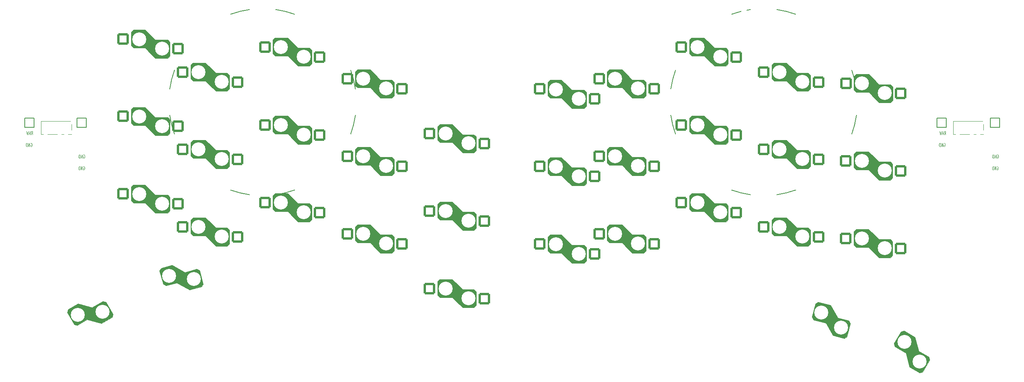
<source format=gbo>
%TF.GenerationSoftware,KiCad,Pcbnew,(6.0.7-1)-1*%
%TF.CreationDate,2022-10-21T08:25:24+02:00*%
%TF.ProjectId,sweepbling-lp__pcb,73776565-7062-46c6-996e-672d6c705f5f,rev?*%
%TF.SameCoordinates,Original*%
%TF.FileFunction,Legend,Bot*%
%TF.FilePolarity,Positive*%
%FSLAX46Y46*%
G04 Gerber Fmt 4.6, Leading zero omitted, Abs format (unit mm)*
G04 Created by KiCad (PCBNEW (6.0.7-1)-1) date 2022-10-21 08:25:24*
%MOMM*%
%LPD*%
G01*
G04 APERTURE LIST*
G04 Aperture macros list*
%AMRoundRect*
0 Rectangle with rounded corners*
0 $1 Rounding radius*
0 $2 $3 $4 $5 $6 $7 $8 $9 X,Y pos of 4 corners*
0 Add a 4 corners polygon primitive as box body*
4,1,4,$2,$3,$4,$5,$6,$7,$8,$9,$2,$3,0*
0 Add four circle primitives for the rounded corners*
1,1,$1+$1,$2,$3*
1,1,$1+$1,$4,$5*
1,1,$1+$1,$6,$7*
1,1,$1+$1,$8,$9*
0 Add four rect primitives between the rounded corners*
20,1,$1+$1,$2,$3,$4,$5,0*
20,1,$1+$1,$4,$5,$6,$7,0*
20,1,$1+$1,$6,$7,$8,$9,0*
20,1,$1+$1,$8,$9,$2,$3,0*%
G04 Aperture macros list end*
%ADD10C,0.120000*%
%ADD11C,0.125000*%
%ADD12C,0.150000*%
%ADD13C,0.200000*%
%ADD14C,1.524000*%
%ADD15C,3.050000*%
%ADD16C,1.800000*%
%ADD17C,1.300000*%
%ADD18C,3.400000*%
%ADD19RoundRect,0.250000X1.025000X1.000000X-1.025000X1.000000X-1.025000X-1.000000X1.025000X-1.000000X0*%
%ADD20RoundRect,0.250000X1.387676X0.353525X-0.387676X1.378525X-1.387676X-0.353525X0.387676X-1.378525X0*%
%ADD21RoundRect,0.250000X1.248893X0.700636X-0.731255X1.231215X-1.248893X-0.700636X0.731255X-1.231215X0*%
%ADD22RoundRect,0.250000X-1.025000X-1.000000X1.025000X-1.000000X1.025000X1.000000X-1.025000X1.000000X0*%
%ADD23C,0.500000*%
%ADD24C,2.200000*%
%ADD25C,1.397000*%
%ADD26RoundRect,0.250000X-0.731255X-1.231215X1.248893X-0.700636X0.731255X1.231215X-1.248893X0.700636X0*%
%ADD27RoundRect,0.250000X-0.387676X-1.378525X1.387676X-0.353525X0.387676X1.378525X-1.387676X0.353525X0*%
%ADD28C,1.000000*%
%ADD29R,0.900000X0.900000*%
%ADD30R,0.900000X1.250000*%
G04 APERTURE END LIST*
D10*
X27178000Y-50419000D02*
X33909000Y-50419000D01*
X33909000Y-50419000D02*
X33909000Y-53340000D01*
X33909000Y-53340000D02*
X27178000Y-53340000D01*
X27178000Y-53340000D02*
X27178000Y-50419000D01*
X226822000Y-50419000D02*
X233426000Y-50419000D01*
X233426000Y-50419000D02*
X233426000Y-53340000D01*
X233426000Y-53340000D02*
X226822000Y-53340000D01*
X226822000Y-53340000D02*
X226822000Y-50419000D01*
D11*
%TO.C,U1*%
X224788952Y-55309000D02*
X224836571Y-55273285D01*
X224908000Y-55273285D01*
X224979428Y-55309000D01*
X225027047Y-55380428D01*
X225050857Y-55451857D01*
X225074666Y-55594714D01*
X225074666Y-55701857D01*
X225050857Y-55844714D01*
X225027047Y-55916142D01*
X224979428Y-55987571D01*
X224908000Y-56023285D01*
X224860380Y-56023285D01*
X224788952Y-55987571D01*
X224765142Y-55951857D01*
X224765142Y-55701857D01*
X224860380Y-55701857D01*
X224550857Y-56023285D02*
X224550857Y-55273285D01*
X224265142Y-56023285D01*
X224265142Y-55273285D01*
X224027047Y-56023285D02*
X224027047Y-55273285D01*
X223908000Y-55273285D01*
X223836571Y-55309000D01*
X223788952Y-55380428D01*
X223765142Y-55451857D01*
X223741333Y-55594714D01*
X223741333Y-55701857D01*
X223765142Y-55844714D01*
X223788952Y-55916142D01*
X223836571Y-55987571D01*
X223908000Y-56023285D01*
X224027047Y-56023285D01*
X236418952Y-60419000D02*
X236466571Y-60383285D01*
X236538000Y-60383285D01*
X236609428Y-60419000D01*
X236657047Y-60490428D01*
X236680857Y-60561857D01*
X236704666Y-60704714D01*
X236704666Y-60811857D01*
X236680857Y-60954714D01*
X236657047Y-61026142D01*
X236609428Y-61097571D01*
X236538000Y-61133285D01*
X236490380Y-61133285D01*
X236418952Y-61097571D01*
X236395142Y-61061857D01*
X236395142Y-60811857D01*
X236490380Y-60811857D01*
X236180857Y-61133285D02*
X236180857Y-60383285D01*
X235895142Y-61133285D01*
X235895142Y-60383285D01*
X235657047Y-61133285D02*
X235657047Y-60383285D01*
X235538000Y-60383285D01*
X235466571Y-60419000D01*
X235418952Y-60490428D01*
X235395142Y-60561857D01*
X235371333Y-60704714D01*
X235371333Y-60811857D01*
X235395142Y-60954714D01*
X235418952Y-61026142D01*
X235466571Y-61097571D01*
X235538000Y-61133285D01*
X235657047Y-61133285D01*
D12*
D11*
X224883238Y-53383285D02*
X225049904Y-53026142D01*
X225168952Y-53383285D02*
X225168952Y-52633285D01*
X224978476Y-52633285D01*
X224930857Y-52669000D01*
X224907047Y-52704714D01*
X224883238Y-52776142D01*
X224883238Y-52883285D01*
X224907047Y-52954714D01*
X224930857Y-52990428D01*
X224978476Y-53026142D01*
X225168952Y-53026142D01*
X224692761Y-53169000D02*
X224454666Y-53169000D01*
X224740380Y-53383285D02*
X224573714Y-52633285D01*
X224407047Y-53383285D01*
X224288000Y-52633285D02*
X224168952Y-53383285D01*
X224073714Y-52847571D01*
X223978476Y-53383285D01*
X223859428Y-52633285D01*
X236438952Y-57839000D02*
X236486571Y-57803285D01*
X236558000Y-57803285D01*
X236629428Y-57839000D01*
X236677047Y-57910428D01*
X236700857Y-57981857D01*
X236724666Y-58124714D01*
X236724666Y-58231857D01*
X236700857Y-58374714D01*
X236677047Y-58446142D01*
X236629428Y-58517571D01*
X236558000Y-58553285D01*
X236510380Y-58553285D01*
X236438952Y-58517571D01*
X236415142Y-58481857D01*
X236415142Y-58231857D01*
X236510380Y-58231857D01*
X236200857Y-58553285D02*
X236200857Y-57803285D01*
X235915142Y-58553285D01*
X235915142Y-57803285D01*
X235677047Y-58553285D02*
X235677047Y-57803285D01*
X235558000Y-57803285D01*
X235486571Y-57839000D01*
X235438952Y-57910428D01*
X235415142Y-57981857D01*
X235391333Y-58124714D01*
X235391333Y-58231857D01*
X235415142Y-58374714D01*
X235438952Y-58446142D01*
X235486571Y-58517571D01*
X235558000Y-58553285D01*
X235677047Y-58553285D01*
%TO.C,U2*%
X36468952Y-57839000D02*
X36516571Y-57803285D01*
X36588000Y-57803285D01*
X36659428Y-57839000D01*
X36707047Y-57910428D01*
X36730857Y-57981857D01*
X36754666Y-58124714D01*
X36754666Y-58231857D01*
X36730857Y-58374714D01*
X36707047Y-58446142D01*
X36659428Y-58517571D01*
X36588000Y-58553285D01*
X36540380Y-58553285D01*
X36468952Y-58517571D01*
X36445142Y-58481857D01*
X36445142Y-58231857D01*
X36540380Y-58231857D01*
X36230857Y-58553285D02*
X36230857Y-57803285D01*
X35945142Y-58553285D01*
X35945142Y-57803285D01*
X35707047Y-58553285D02*
X35707047Y-57803285D01*
X35588000Y-57803285D01*
X35516571Y-57839000D01*
X35468952Y-57910428D01*
X35445142Y-57981857D01*
X35421333Y-58124714D01*
X35421333Y-58231857D01*
X35445142Y-58374714D01*
X35468952Y-58446142D01*
X35516571Y-58517571D01*
X35588000Y-58553285D01*
X35707047Y-58553285D01*
X36448952Y-60419000D02*
X36496571Y-60383285D01*
X36568000Y-60383285D01*
X36639428Y-60419000D01*
X36687047Y-60490428D01*
X36710857Y-60561857D01*
X36734666Y-60704714D01*
X36734666Y-60811857D01*
X36710857Y-60954714D01*
X36687047Y-61026142D01*
X36639428Y-61097571D01*
X36568000Y-61133285D01*
X36520380Y-61133285D01*
X36448952Y-61097571D01*
X36425142Y-61061857D01*
X36425142Y-60811857D01*
X36520380Y-60811857D01*
X36210857Y-61133285D02*
X36210857Y-60383285D01*
X35925142Y-61133285D01*
X35925142Y-60383285D01*
X35687047Y-61133285D02*
X35687047Y-60383285D01*
X35568000Y-60383285D01*
X35496571Y-60419000D01*
X35448952Y-60490428D01*
X35425142Y-60561857D01*
X35401333Y-60704714D01*
X35401333Y-60811857D01*
X35425142Y-60954714D01*
X35448952Y-61026142D01*
X35496571Y-61097571D01*
X35568000Y-61133285D01*
X35687047Y-61133285D01*
X24936952Y-55309000D02*
X24984571Y-55273285D01*
X25056000Y-55273285D01*
X25127428Y-55309000D01*
X25175047Y-55380428D01*
X25198857Y-55451857D01*
X25222666Y-55594714D01*
X25222666Y-55701857D01*
X25198857Y-55844714D01*
X25175047Y-55916142D01*
X25127428Y-55987571D01*
X25056000Y-56023285D01*
X25008380Y-56023285D01*
X24936952Y-55987571D01*
X24913142Y-55951857D01*
X24913142Y-55701857D01*
X25008380Y-55701857D01*
X24698857Y-56023285D02*
X24698857Y-55273285D01*
X24413142Y-56023285D01*
X24413142Y-55273285D01*
X24175047Y-56023285D02*
X24175047Y-55273285D01*
X24056000Y-55273285D01*
X23984571Y-55309000D01*
X23936952Y-55380428D01*
X23913142Y-55451857D01*
X23889333Y-55594714D01*
X23889333Y-55701857D01*
X23913142Y-55844714D01*
X23936952Y-55916142D01*
X23984571Y-55987571D01*
X24056000Y-56023285D01*
X24175047Y-56023285D01*
X25031238Y-53383285D02*
X25197904Y-53026142D01*
X25316952Y-53383285D02*
X25316952Y-52633285D01*
X25126476Y-52633285D01*
X25078857Y-52669000D01*
X25055047Y-52704714D01*
X25031238Y-52776142D01*
X25031238Y-52883285D01*
X25055047Y-52954714D01*
X25078857Y-52990428D01*
X25126476Y-53026142D01*
X25316952Y-53026142D01*
X24840761Y-53169000D02*
X24602666Y-53169000D01*
X24888380Y-53383285D02*
X24721714Y-52633285D01*
X24555047Y-53383285D01*
X24436000Y-52633285D02*
X24316952Y-53383285D01*
X24221714Y-52847571D01*
X24126476Y-53383285D01*
X24007428Y-52633285D01*
D12*
%TO.C,SW13*%
G36*
X174606000Y-68516000D02*
G01*
X177106000Y-68516000D01*
X177606000Y-69016000D01*
X177606000Y-72016000D01*
X177106000Y-72516000D01*
X174606000Y-72516000D01*
X172356000Y-70266000D01*
X169606000Y-70266000D01*
X169106000Y-69766000D01*
X169106000Y-66766000D01*
X169606000Y-66266000D01*
X172356000Y-66266000D01*
X174606000Y-68516000D01*
G37*
D10*
X174606000Y-68516000D02*
X177106000Y-68516000D01*
X177606000Y-69016000D01*
X177606000Y-72016000D01*
X177106000Y-72516000D01*
X174606000Y-72516000D01*
X172356000Y-70266000D01*
X169606000Y-70266000D01*
X169106000Y-69766000D01*
X169106000Y-66766000D01*
X169606000Y-66266000D01*
X172356000Y-66266000D01*
X174606000Y-68516000D01*
%TO.C,SW17*%
G36*
X218479911Y-97847544D02*
G01*
X219303468Y-100921102D01*
X221468532Y-102171102D01*
X221651544Y-102854114D01*
X220151544Y-105452191D01*
X219468532Y-105635203D01*
X217303468Y-104385203D01*
X216479911Y-101311646D01*
X214098341Y-99936646D01*
X213915329Y-99253633D01*
X215415329Y-96655557D01*
X216098341Y-96472544D01*
X218479911Y-97847544D01*
G37*
X218479911Y-97847544D02*
X219303468Y-100921102D01*
X221468532Y-102171102D01*
X221651544Y-102854114D01*
X220151544Y-105452191D01*
X219468532Y-105635203D01*
X217303468Y-104385203D01*
X216479911Y-101311646D01*
X214098341Y-99936646D01*
X213915329Y-99253633D01*
X215415329Y-96655557D01*
X216098341Y-96472544D01*
X218479911Y-97847544D01*
%TO.C,SW12*%
G36*
X156606000Y-75374000D02*
G01*
X159106000Y-75374000D01*
X159606000Y-75874000D01*
X159606000Y-78874000D01*
X159106000Y-79374000D01*
X156606000Y-79374000D01*
X154356000Y-77124000D01*
X151606000Y-77124000D01*
X151106000Y-76624000D01*
X151106000Y-73624000D01*
X151606000Y-73124000D01*
X154356000Y-73124000D01*
X156606000Y-75374000D01*
G37*
X156606000Y-75374000D02*
X159106000Y-75374000D01*
X159606000Y-75874000D01*
X159606000Y-78874000D01*
X159106000Y-79374000D01*
X156606000Y-79374000D01*
X154356000Y-77124000D01*
X151606000Y-77124000D01*
X151106000Y-76624000D01*
X151106000Y-73624000D01*
X151606000Y-73124000D01*
X154356000Y-73124000D01*
X156606000Y-75374000D01*
%TO.C,SW16*%
G36*
X199992326Y-90866504D02*
G01*
X201583317Y-93622179D01*
X203998131Y-94269227D01*
X204351684Y-94881600D01*
X203575227Y-97779377D01*
X202962855Y-98132930D01*
X200548040Y-97485883D01*
X198957050Y-94730207D01*
X196300754Y-94018454D01*
X195947201Y-93406082D01*
X196723658Y-90508305D01*
X197336030Y-90154751D01*
X199992326Y-90866504D01*
G37*
X199992326Y-90866504D02*
X201583317Y-93622179D01*
X203998131Y-94269227D01*
X204351684Y-94881600D01*
X203575227Y-97779377D01*
X202962855Y-98132930D01*
X200548040Y-97485883D01*
X198957050Y-94730207D01*
X196300754Y-94018454D01*
X195947201Y-93406082D01*
X196723658Y-90508305D01*
X197336030Y-90154751D01*
X199992326Y-90866504D01*
%TO.C,SW14*%
G36*
X192606000Y-73850000D02*
G01*
X195106000Y-73850000D01*
X195606000Y-74350000D01*
X195606000Y-77350000D01*
X195106000Y-77850000D01*
X192606000Y-77850000D01*
X190356000Y-75600000D01*
X187606000Y-75600000D01*
X187106000Y-75100000D01*
X187106000Y-72100000D01*
X187606000Y-71600000D01*
X190356000Y-71600000D01*
X192606000Y-73850000D01*
G37*
X192606000Y-73850000D02*
X195106000Y-73850000D01*
X195606000Y-74350000D01*
X195606000Y-77350000D01*
X195106000Y-77850000D01*
X192606000Y-77850000D01*
X190356000Y-75600000D01*
X187606000Y-75600000D01*
X187106000Y-75100000D01*
X187106000Y-72100000D01*
X187606000Y-71600000D01*
X190356000Y-71600000D01*
X192606000Y-73850000D01*
%TO.C,SW15*%
G36*
X210586000Y-76390000D02*
G01*
X213086000Y-76390000D01*
X213586000Y-76890000D01*
X213586000Y-79890000D01*
X213086000Y-80390000D01*
X210586000Y-80390000D01*
X208336000Y-78140000D01*
X205586000Y-78140000D01*
X205086000Y-77640000D01*
X205086000Y-74640000D01*
X205586000Y-74140000D01*
X208336000Y-74140000D01*
X210586000Y-76390000D01*
G37*
X210586000Y-76390000D02*
X213086000Y-76390000D01*
X213586000Y-76890000D01*
X213586000Y-79890000D01*
X213086000Y-80390000D01*
X210586000Y-80390000D01*
X208336000Y-78140000D01*
X205586000Y-78140000D01*
X205086000Y-77640000D01*
X205086000Y-74640000D01*
X205586000Y-74140000D01*
X208336000Y-74140000D01*
X210586000Y-76390000D01*
%TO.C,SW3*%
G36*
X174606000Y-34382000D02*
G01*
X177106000Y-34382000D01*
X177606000Y-34882000D01*
X177606000Y-37882000D01*
X177106000Y-38382000D01*
X174606000Y-38382000D01*
X172356000Y-36132000D01*
X169606000Y-36132000D01*
X169106000Y-35632000D01*
X169106000Y-32632000D01*
X169606000Y-32132000D01*
X172356000Y-32132000D01*
X174606000Y-34382000D01*
G37*
X174606000Y-34382000D02*
X177106000Y-34382000D01*
X177606000Y-34882000D01*
X177606000Y-37882000D01*
X177106000Y-38382000D01*
X174606000Y-38382000D01*
X172356000Y-36132000D01*
X169606000Y-36132000D01*
X169106000Y-35632000D01*
X169106000Y-32632000D01*
X169606000Y-32132000D01*
X172356000Y-32132000D01*
X174606000Y-34382000D01*
%TO.C,SW2*%
G36*
X156606000Y-41382000D02*
G01*
X159106000Y-41382000D01*
X159606000Y-41882000D01*
X159606000Y-44882000D01*
X159106000Y-45382000D01*
X156606000Y-45382000D01*
X154356000Y-43132000D01*
X151606000Y-43132000D01*
X151106000Y-42632000D01*
X151106000Y-39632000D01*
X151606000Y-39132000D01*
X154356000Y-39132000D01*
X156606000Y-41382000D01*
G37*
X156606000Y-41382000D02*
X159106000Y-41382000D01*
X159606000Y-41882000D01*
X159606000Y-44882000D01*
X159106000Y-45382000D01*
X156606000Y-45382000D01*
X154356000Y-43132000D01*
X151606000Y-43132000D01*
X151106000Y-42632000D01*
X151106000Y-39632000D01*
X151606000Y-39132000D01*
X154356000Y-39132000D01*
X156606000Y-41382000D01*
%TO.C,SW7*%
G36*
X156606000Y-58356000D02*
G01*
X159106000Y-58356000D01*
X159606000Y-58856000D01*
X159606000Y-61856000D01*
X159106000Y-62356000D01*
X156606000Y-62356000D01*
X154356000Y-60106000D01*
X151606000Y-60106000D01*
X151106000Y-59606000D01*
X151106000Y-56606000D01*
X151606000Y-56106000D01*
X154356000Y-56106000D01*
X156606000Y-58356000D01*
G37*
X156606000Y-58356000D02*
X159106000Y-58356000D01*
X159606000Y-58856000D01*
X159606000Y-61856000D01*
X159106000Y-62356000D01*
X156606000Y-62356000D01*
X154356000Y-60106000D01*
X151606000Y-60106000D01*
X151106000Y-59606000D01*
X151106000Y-56606000D01*
X151606000Y-56106000D01*
X154356000Y-56106000D01*
X156606000Y-58356000D01*
%TO.C,SW11*%
G36*
X143356000Y-77632000D02*
G01*
X146106000Y-77632000D01*
X146606000Y-78132000D01*
X146606000Y-81132000D01*
X146106000Y-81632000D01*
X143356000Y-81632000D01*
X141106000Y-79382000D01*
X138606000Y-79382000D01*
X138106000Y-78882000D01*
X138106000Y-75882000D01*
X138606000Y-75382000D01*
X141106000Y-75382000D01*
X143356000Y-77632000D01*
G37*
X143356000Y-77632000D02*
X146106000Y-77632000D01*
X146606000Y-78132000D01*
X146606000Y-81132000D01*
X146106000Y-81632000D01*
X143356000Y-81632000D01*
X141106000Y-79382000D01*
X138606000Y-79382000D01*
X138106000Y-78882000D01*
X138106000Y-75882000D01*
X138606000Y-75382000D01*
X141106000Y-75382000D01*
X143356000Y-77632000D01*
%TO.C,SW10*%
G36*
X210586000Y-59372000D02*
G01*
X213086000Y-59372000D01*
X213586000Y-59872000D01*
X213586000Y-62872000D01*
X213086000Y-63372000D01*
X210586000Y-63372000D01*
X208336000Y-61122000D01*
X205586000Y-61122000D01*
X205086000Y-60622000D01*
X205086000Y-57622000D01*
X205586000Y-57122000D01*
X208336000Y-57122000D01*
X210586000Y-59372000D01*
G37*
X210586000Y-59372000D02*
X213086000Y-59372000D01*
X213586000Y-59872000D01*
X213586000Y-62872000D01*
X213086000Y-63372000D01*
X210586000Y-63372000D01*
X208336000Y-61122000D01*
X205586000Y-61122000D01*
X205086000Y-60622000D01*
X205086000Y-57622000D01*
X205586000Y-57122000D01*
X208336000Y-57122000D01*
X210586000Y-59372000D01*
%TO.C,SW9*%
G36*
X192606000Y-56832000D02*
G01*
X195106000Y-56832000D01*
X195606000Y-57332000D01*
X195606000Y-60332000D01*
X195106000Y-60832000D01*
X192606000Y-60832000D01*
X190356000Y-58582000D01*
X187606000Y-58582000D01*
X187106000Y-58082000D01*
X187106000Y-55082000D01*
X187606000Y-54582000D01*
X190356000Y-54582000D01*
X192606000Y-56832000D01*
G37*
X192606000Y-56832000D02*
X195106000Y-56832000D01*
X195606000Y-57332000D01*
X195606000Y-60332000D01*
X195106000Y-60832000D01*
X192606000Y-60832000D01*
X190356000Y-58582000D01*
X187606000Y-58582000D01*
X187106000Y-58082000D01*
X187106000Y-55082000D01*
X187606000Y-54582000D01*
X190356000Y-54582000D01*
X192606000Y-56832000D01*
%TO.C,SW6*%
G36*
X143356000Y-60632000D02*
G01*
X146106000Y-60632000D01*
X146606000Y-61132000D01*
X146606000Y-64132000D01*
X146106000Y-64632000D01*
X143356000Y-64632000D01*
X141106000Y-62382000D01*
X138606000Y-62382000D01*
X138106000Y-61882000D01*
X138106000Y-58882000D01*
X138606000Y-58382000D01*
X141106000Y-58382000D01*
X143356000Y-60632000D01*
G37*
X143356000Y-60632000D02*
X146106000Y-60632000D01*
X146606000Y-61132000D01*
X146606000Y-64132000D01*
X146106000Y-64632000D01*
X143356000Y-64632000D01*
X141106000Y-62382000D01*
X138606000Y-62382000D01*
X138106000Y-61882000D01*
X138106000Y-58882000D01*
X138606000Y-58382000D01*
X141106000Y-58382000D01*
X143356000Y-60632000D01*
%TO.C,SW5*%
G36*
X210606000Y-42382000D02*
G01*
X213106000Y-42382000D01*
X213606000Y-42882000D01*
X213606000Y-45882000D01*
X213106000Y-46382000D01*
X210606000Y-46382000D01*
X208356000Y-44132000D01*
X205606000Y-44132000D01*
X205106000Y-43632000D01*
X205106000Y-40632000D01*
X205606000Y-40132000D01*
X208356000Y-40132000D01*
X210606000Y-42382000D01*
G37*
X210606000Y-42382000D02*
X213106000Y-42382000D01*
X213606000Y-42882000D01*
X213606000Y-45882000D01*
X213106000Y-46382000D01*
X210606000Y-46382000D01*
X208356000Y-44132000D01*
X205606000Y-44132000D01*
X205106000Y-43632000D01*
X205106000Y-40632000D01*
X205606000Y-40132000D01*
X208356000Y-40132000D01*
X210606000Y-42382000D01*
%TO.C,SW4*%
G36*
X192606000Y-39882000D02*
G01*
X195106000Y-39882000D01*
X195606000Y-40382000D01*
X195606000Y-43382000D01*
X195106000Y-43882000D01*
X192606000Y-43882000D01*
X190356000Y-41632000D01*
X187606000Y-41632000D01*
X187106000Y-41132000D01*
X187106000Y-38132000D01*
X187606000Y-37632000D01*
X190356000Y-37632000D01*
X192606000Y-39882000D01*
G37*
X192606000Y-39882000D02*
X195106000Y-39882000D01*
X195606000Y-40382000D01*
X195606000Y-43382000D01*
X195106000Y-43882000D01*
X192606000Y-43882000D01*
X190356000Y-41632000D01*
X187606000Y-41632000D01*
X187106000Y-41132000D01*
X187106000Y-38132000D01*
X187606000Y-37632000D01*
X190356000Y-37632000D01*
X192606000Y-39882000D01*
%TO.C,SW1*%
G36*
X143356000Y-43632000D02*
G01*
X146106000Y-43632000D01*
X146606000Y-44132000D01*
X146606000Y-47132000D01*
X146106000Y-47632000D01*
X143356000Y-47632000D01*
X141106000Y-45382000D01*
X138606000Y-45382000D01*
X138106000Y-44882000D01*
X138106000Y-41882000D01*
X138606000Y-41382000D01*
X141106000Y-41382000D01*
X143356000Y-43632000D01*
G37*
X143356000Y-43632000D02*
X146106000Y-43632000D01*
X146606000Y-44132000D01*
X146606000Y-47132000D01*
X146106000Y-47632000D01*
X143356000Y-47632000D01*
X141106000Y-45382000D01*
X138606000Y-45382000D01*
X138106000Y-44882000D01*
X138106000Y-41882000D01*
X138606000Y-41382000D01*
X141106000Y-41382000D01*
X143356000Y-43632000D01*
%TO.C,SW8*%
G36*
X174606000Y-51498000D02*
G01*
X177106000Y-51498000D01*
X177606000Y-51998000D01*
X177606000Y-54998000D01*
X177106000Y-55498000D01*
X174606000Y-55498000D01*
X172356000Y-53248000D01*
X169606000Y-53248000D01*
X169106000Y-52748000D01*
X169106000Y-49748000D01*
X169606000Y-49248000D01*
X172356000Y-49248000D01*
X174606000Y-51498000D01*
G37*
X174606000Y-51498000D02*
X177106000Y-51498000D01*
X177606000Y-51998000D01*
X177606000Y-54998000D01*
X177106000Y-55498000D01*
X174606000Y-55498000D01*
X172356000Y-53248000D01*
X169606000Y-53248000D01*
X169106000Y-52748000D01*
X169106000Y-49748000D01*
X169606000Y-49248000D01*
X172356000Y-49248000D01*
X174606000Y-51498000D01*
D13*
%TO.C,e*%
X182498500Y-25961999D02*
G75*
G03*
X178347954Y-26995865I2857500J-20320001D01*
G01*
X205676000Y-43424500D02*
G75*
G03*
X204642134Y-39273952I-20320000J-2857500D01*
G01*
X192364049Y-26995867D02*
G75*
G03*
X188213500Y-25962000I-7008049J-19286133D01*
G01*
X204642134Y-53290048D02*
G75*
G03*
X205676000Y-49139500I-19286134J7008048D01*
G01*
X188213500Y-66602000D02*
G75*
G03*
X192364045Y-65568135I-2857506J20320019D01*
G01*
X178347955Y-65568135D02*
G75*
G03*
X182498500Y-66602000I7008045J19286135D01*
G01*
X165035999Y-49139500D02*
G75*
G03*
X166069865Y-53290046I20320001J2857500D01*
G01*
X166069865Y-39273956D02*
G75*
G03*
X165036000Y-43424500I19286255J-7008074D01*
G01*
D12*
%TO.C,Bat+1*%
X234966000Y-49800000D02*
X236966000Y-49800000D01*
X236966000Y-51800000D02*
X234966000Y-51800000D01*
X234966000Y-51800000D02*
X234966000Y-49800000D01*
X236966000Y-49800000D02*
X236966000Y-51800000D01*
%TO.C,BatGND1*%
X223282000Y-51800000D02*
X223282000Y-49800000D01*
X223282000Y-49800000D02*
X225282000Y-49800000D01*
X225282000Y-51800000D02*
X223282000Y-51800000D01*
X225282000Y-49800000D02*
X225282000Y-51800000D01*
%TO.C,SW15_r1*%
G36*
X52186000Y-66640000D02*
G01*
X54936000Y-66640000D01*
X55436000Y-67140000D01*
X55436000Y-70140000D01*
X54936000Y-70640000D01*
X52186000Y-70640000D01*
X49936000Y-68390000D01*
X47436000Y-68390000D01*
X46936000Y-67890000D01*
X46936000Y-64890000D01*
X47436000Y-64390000D01*
X49936000Y-64390000D01*
X52186000Y-66640000D01*
G37*
D10*
X52186000Y-66640000D02*
X54936000Y-66640000D01*
X55436000Y-67140000D01*
X55436000Y-70140000D01*
X54936000Y-70640000D01*
X52186000Y-70640000D01*
X49936000Y-68390000D01*
X47436000Y-68390000D01*
X46936000Y-67890000D01*
X46936000Y-64890000D01*
X47436000Y-64390000D01*
X49936000Y-64390000D01*
X52186000Y-66640000D01*
%TO.C,SW9_r1*%
G36*
X65450000Y-56832000D02*
G01*
X67950000Y-56832000D01*
X68450000Y-57332000D01*
X68450000Y-60332000D01*
X67950000Y-60832000D01*
X65450000Y-60832000D01*
X63200000Y-58582000D01*
X60450000Y-58582000D01*
X59950000Y-58082000D01*
X59950000Y-55082000D01*
X60450000Y-54582000D01*
X63200000Y-54582000D01*
X65450000Y-56832000D01*
G37*
X65450000Y-56832000D02*
X67950000Y-56832000D01*
X68450000Y-57332000D01*
X68450000Y-60332000D01*
X67950000Y-60832000D01*
X65450000Y-60832000D01*
X63200000Y-58582000D01*
X60450000Y-58582000D01*
X59950000Y-58082000D01*
X59950000Y-55082000D01*
X60450000Y-54582000D01*
X63200000Y-54582000D01*
X65450000Y-56832000D01*
%TO.C,SW13_r1*%
G36*
X83438000Y-68516000D02*
G01*
X85938000Y-68516000D01*
X86438000Y-69016000D01*
X86438000Y-72016000D01*
X85938000Y-72516000D01*
X83438000Y-72516000D01*
X81188000Y-70266000D01*
X78438000Y-70266000D01*
X77938000Y-69766000D01*
X77938000Y-66766000D01*
X78438000Y-66266000D01*
X81188000Y-66266000D01*
X83438000Y-68516000D01*
G37*
X83438000Y-68516000D02*
X85938000Y-68516000D01*
X86438000Y-69016000D01*
X86438000Y-72016000D01*
X85938000Y-72516000D01*
X83438000Y-72516000D01*
X81188000Y-70266000D01*
X78438000Y-70266000D01*
X77938000Y-69766000D01*
X77938000Y-66766000D01*
X78438000Y-66266000D01*
X81188000Y-66266000D01*
X83438000Y-68516000D01*
%TO.C,SW12_r1*%
G36*
X101464000Y-75374000D02*
G01*
X103964000Y-75374000D01*
X104464000Y-75874000D01*
X104464000Y-78874000D01*
X103964000Y-79374000D01*
X101464000Y-79374000D01*
X99214000Y-77124000D01*
X96464000Y-77124000D01*
X95964000Y-76624000D01*
X95964000Y-73624000D01*
X96464000Y-73124000D01*
X99214000Y-73124000D01*
X101464000Y-75374000D01*
G37*
X101464000Y-75374000D02*
X103964000Y-75374000D01*
X104464000Y-75874000D01*
X104464000Y-78874000D01*
X103964000Y-79374000D01*
X101464000Y-79374000D01*
X99214000Y-77124000D01*
X96464000Y-77124000D01*
X95964000Y-76624000D01*
X95964000Y-73624000D01*
X96464000Y-73124000D01*
X99214000Y-73124000D01*
X101464000Y-75374000D01*
%TO.C,SW5_r1*%
G36*
X52186000Y-32632000D02*
G01*
X54936000Y-32632000D01*
X55436000Y-33132000D01*
X55436000Y-36132000D01*
X54936000Y-36632000D01*
X52186000Y-36632000D01*
X49936000Y-34382000D01*
X47436000Y-34382000D01*
X46936000Y-33882000D01*
X46936000Y-30882000D01*
X47436000Y-30382000D01*
X49936000Y-30382000D01*
X52186000Y-32632000D01*
G37*
X52186000Y-32632000D02*
X54936000Y-32632000D01*
X55436000Y-33132000D01*
X55436000Y-36132000D01*
X54936000Y-36632000D01*
X52186000Y-36632000D01*
X49936000Y-34382000D01*
X47436000Y-34382000D01*
X46936000Y-33882000D01*
X46936000Y-30882000D01*
X47436000Y-30382000D01*
X49936000Y-30382000D01*
X52186000Y-32632000D01*
%TO.C,SW4_r1*%
G36*
X65450000Y-39882000D02*
G01*
X67950000Y-39882000D01*
X68450000Y-40382000D01*
X68450000Y-43382000D01*
X67950000Y-43882000D01*
X65450000Y-43882000D01*
X63200000Y-41632000D01*
X60450000Y-41632000D01*
X59950000Y-41132000D01*
X59950000Y-38132000D01*
X60450000Y-37632000D01*
X63200000Y-37632000D01*
X65450000Y-39882000D01*
G37*
X65450000Y-39882000D02*
X67950000Y-39882000D01*
X68450000Y-40382000D01*
X68450000Y-43382000D01*
X67950000Y-43882000D01*
X65450000Y-43882000D01*
X63200000Y-41632000D01*
X60450000Y-41632000D01*
X59950000Y-41132000D01*
X59950000Y-38132000D01*
X60450000Y-37632000D01*
X63200000Y-37632000D01*
X65450000Y-39882000D01*
%TO.C,SW1_r1*%
G36*
X119482000Y-53382000D02*
G01*
X121982000Y-53382000D01*
X122482000Y-53882000D01*
X122482000Y-56882000D01*
X121982000Y-57382000D01*
X119482000Y-57382000D01*
X117232000Y-55132000D01*
X114482000Y-55132000D01*
X113982000Y-54632000D01*
X113982000Y-51632000D01*
X114482000Y-51132000D01*
X117232000Y-51132000D01*
X119482000Y-53382000D01*
G37*
X119482000Y-53382000D02*
X121982000Y-53382000D01*
X122482000Y-53882000D01*
X122482000Y-56882000D01*
X121982000Y-57382000D01*
X119482000Y-57382000D01*
X117232000Y-55132000D01*
X114482000Y-55132000D01*
X113982000Y-54632000D01*
X113982000Y-51632000D01*
X114482000Y-51132000D01*
X117232000Y-51132000D01*
X119482000Y-53382000D01*
%TO.C,SW14_r1*%
G36*
X65450000Y-73850000D02*
G01*
X67950000Y-73850000D01*
X68450000Y-74350000D01*
X68450000Y-77350000D01*
X67950000Y-77850000D01*
X65450000Y-77850000D01*
X63200000Y-75600000D01*
X60450000Y-75600000D01*
X59950000Y-75100000D01*
X59950000Y-72100000D01*
X60450000Y-71600000D01*
X63200000Y-71600000D01*
X65450000Y-73850000D01*
G37*
X65450000Y-73850000D02*
X67950000Y-73850000D01*
X68450000Y-74350000D01*
X68450000Y-77350000D01*
X67950000Y-77850000D01*
X65450000Y-77850000D01*
X63200000Y-75600000D01*
X60450000Y-75600000D01*
X59950000Y-75100000D01*
X59950000Y-72100000D01*
X60450000Y-71600000D01*
X63200000Y-71600000D01*
X65450000Y-73850000D01*
%TO.C,SW3_r1*%
G36*
X83438000Y-34382000D02*
G01*
X85938000Y-34382000D01*
X86438000Y-34882000D01*
X86438000Y-37882000D01*
X85938000Y-38382000D01*
X83438000Y-38382000D01*
X81188000Y-36132000D01*
X78438000Y-36132000D01*
X77938000Y-35632000D01*
X77938000Y-32632000D01*
X78438000Y-32132000D01*
X81188000Y-32132000D01*
X83438000Y-34382000D01*
G37*
X83438000Y-34382000D02*
X85938000Y-34382000D01*
X86438000Y-34882000D01*
X86438000Y-37882000D01*
X85938000Y-38382000D01*
X83438000Y-38382000D01*
X81188000Y-36132000D01*
X78438000Y-36132000D01*
X77938000Y-35632000D01*
X77938000Y-32632000D01*
X78438000Y-32132000D01*
X81188000Y-32132000D01*
X83438000Y-34382000D01*
%TO.C,SW11_r1*%
G36*
X119482000Y-87382000D02*
G01*
X121982000Y-87382000D01*
X122482000Y-87882000D01*
X122482000Y-90882000D01*
X121982000Y-91382000D01*
X119482000Y-91382000D01*
X117232000Y-89132000D01*
X114482000Y-89132000D01*
X113982000Y-88632000D01*
X113982000Y-85632000D01*
X114482000Y-85132000D01*
X117232000Y-85132000D01*
X119482000Y-87382000D01*
G37*
X119482000Y-87382000D02*
X121982000Y-87382000D01*
X122482000Y-87882000D01*
X122482000Y-90882000D01*
X121982000Y-91382000D01*
X119482000Y-91382000D01*
X117232000Y-89132000D01*
X114482000Y-89132000D01*
X113982000Y-88632000D01*
X113982000Y-85632000D01*
X114482000Y-85132000D01*
X117232000Y-85132000D01*
X119482000Y-87382000D01*
%TO.C,SW10_r1*%
G36*
X52186000Y-49622000D02*
G01*
X54936000Y-49622000D01*
X55436000Y-50122000D01*
X55436000Y-53122000D01*
X54936000Y-53622000D01*
X52186000Y-53622000D01*
X49936000Y-51372000D01*
X47436000Y-51372000D01*
X46936000Y-50872000D01*
X46936000Y-47872000D01*
X47436000Y-47372000D01*
X49936000Y-47372000D01*
X52186000Y-49622000D01*
G37*
X52186000Y-49622000D02*
X54936000Y-49622000D01*
X55436000Y-50122000D01*
X55436000Y-53122000D01*
X54936000Y-53622000D01*
X52186000Y-53622000D01*
X49936000Y-51372000D01*
X47436000Y-51372000D01*
X46936000Y-50872000D01*
X46936000Y-47872000D01*
X47436000Y-47372000D01*
X49936000Y-47372000D01*
X52186000Y-49622000D01*
%TO.C,SW2_r1*%
G36*
X101464000Y-41382000D02*
G01*
X103964000Y-41382000D01*
X104464000Y-41882000D01*
X104464000Y-44882000D01*
X103964000Y-45382000D01*
X101464000Y-45382000D01*
X99214000Y-43132000D01*
X96464000Y-43132000D01*
X95964000Y-42632000D01*
X95964000Y-39632000D01*
X96464000Y-39132000D01*
X99214000Y-39132000D01*
X101464000Y-41382000D01*
G37*
X101464000Y-41382000D02*
X103964000Y-41382000D01*
X104464000Y-41882000D01*
X104464000Y-44882000D01*
X103964000Y-45382000D01*
X101464000Y-45382000D01*
X99214000Y-43132000D01*
X96464000Y-43132000D01*
X95964000Y-42632000D01*
X95964000Y-39632000D01*
X96464000Y-39132000D01*
X99214000Y-39132000D01*
X101464000Y-41382000D01*
%TO.C,SW7_r1*%
G36*
X101464000Y-58356000D02*
G01*
X103964000Y-58356000D01*
X104464000Y-58856000D01*
X104464000Y-61856000D01*
X103964000Y-62356000D01*
X101464000Y-62356000D01*
X99214000Y-60106000D01*
X96464000Y-60106000D01*
X95964000Y-59606000D01*
X95964000Y-56606000D01*
X96464000Y-56106000D01*
X99214000Y-56106000D01*
X101464000Y-58356000D01*
G37*
X101464000Y-58356000D02*
X103964000Y-58356000D01*
X104464000Y-58856000D01*
X104464000Y-61856000D01*
X103964000Y-62356000D01*
X101464000Y-62356000D01*
X99214000Y-60106000D01*
X96464000Y-60106000D01*
X95964000Y-59606000D01*
X95964000Y-56606000D01*
X96464000Y-56106000D01*
X99214000Y-56106000D01*
X101464000Y-58356000D01*
%TO.C,SW16_r1*%
G36*
X58670531Y-83622060D02*
G01*
X61326827Y-82910307D01*
X61939199Y-83263861D01*
X62715656Y-86161638D01*
X62362103Y-86774011D01*
X59705807Y-87485763D01*
X56950131Y-85894773D01*
X54535317Y-86541821D01*
X53922944Y-86188267D01*
X53146487Y-83290490D01*
X53500040Y-82678117D01*
X55914855Y-82031070D01*
X58670531Y-83622060D01*
G37*
X58670531Y-83622060D02*
X61326827Y-82910307D01*
X61939199Y-83263861D01*
X62715656Y-86161638D01*
X62362103Y-86774011D01*
X59705807Y-87485763D01*
X56950131Y-85894773D01*
X54535317Y-86541821D01*
X53922944Y-86188267D01*
X53146487Y-83290490D01*
X53500040Y-82678117D01*
X55914855Y-82031070D01*
X58670531Y-83622060D01*
%TO.C,SW8_r1*%
G36*
X83438000Y-51498000D02*
G01*
X85938000Y-51498000D01*
X86438000Y-51998000D01*
X86438000Y-54998000D01*
X85938000Y-55498000D01*
X83438000Y-55498000D01*
X81188000Y-53248000D01*
X78438000Y-53248000D01*
X77938000Y-52748000D01*
X77938000Y-49748000D01*
X78438000Y-49248000D01*
X81188000Y-49248000D01*
X83438000Y-51498000D01*
G37*
X83438000Y-51498000D02*
X85938000Y-51498000D01*
X86438000Y-51998000D01*
X86438000Y-54998000D01*
X85938000Y-55498000D01*
X83438000Y-55498000D01*
X81188000Y-53248000D01*
X78438000Y-53248000D01*
X77938000Y-52748000D01*
X77938000Y-49748000D01*
X78438000Y-49248000D01*
X81188000Y-49248000D01*
X83438000Y-51498000D01*
%TO.C,SW17_r1*%
G36*
X41438671Y-90160367D02*
G01*
X42938671Y-92758443D01*
X42755659Y-93441456D01*
X40374089Y-94816456D01*
X37300532Y-93992898D01*
X35135468Y-95242898D01*
X34452456Y-95059886D01*
X32952456Y-92461809D01*
X33135468Y-91778797D01*
X35300532Y-90528797D01*
X38374089Y-91352354D01*
X40755659Y-89977354D01*
X41438671Y-90160367D01*
G37*
X41438671Y-90160367D02*
X42938671Y-92758443D01*
X42755659Y-93441456D01*
X40374089Y-94816456D01*
X37300532Y-93992898D01*
X35135468Y-95242898D01*
X34452456Y-95059886D01*
X32952456Y-92461809D01*
X33135468Y-91778797D01*
X35300532Y-90528797D01*
X38374089Y-91352354D01*
X40755659Y-89977354D01*
X41438671Y-90160367D01*
%TO.C,SW6_r1*%
G36*
X119482000Y-70382000D02*
G01*
X121982000Y-70382000D01*
X122482000Y-70882000D01*
X122482000Y-73882000D01*
X121982000Y-74382000D01*
X119482000Y-74382000D01*
X117232000Y-72132000D01*
X114482000Y-72132000D01*
X113982000Y-71632000D01*
X113982000Y-68632000D01*
X114482000Y-68132000D01*
X117232000Y-68132000D01*
X119482000Y-70382000D01*
G37*
X119482000Y-70382000D02*
X121982000Y-70382000D01*
X122482000Y-70882000D01*
X122482000Y-73882000D01*
X121982000Y-74382000D01*
X119482000Y-74382000D01*
X117232000Y-72132000D01*
X114482000Y-72132000D01*
X113982000Y-71632000D01*
X113982000Y-68632000D01*
X114482000Y-68132000D01*
X117232000Y-68132000D01*
X119482000Y-70382000D01*
D13*
%TO.C,REF_PUCK_R*%
X56405865Y-39273956D02*
G75*
G03*
X55372000Y-43424500I19286255J-7008074D01*
G01*
X94978134Y-53290048D02*
G75*
G03*
X96012000Y-49139500I-19286134J7008048D01*
G01*
X68683955Y-65568135D02*
G75*
G03*
X72834500Y-66602000I7008045J19286135D01*
G01*
X72834500Y-25961999D02*
G75*
G03*
X68683954Y-26995865I2857500J-20320001D01*
G01*
X78549500Y-66602000D02*
G75*
G03*
X82700045Y-65568135I-2857506J20320019D01*
G01*
X96012000Y-43424500D02*
G75*
G03*
X94978134Y-39273952I-20320000J-2857500D01*
G01*
X55371999Y-49139500D02*
G75*
G03*
X56405865Y-53290046I20320001J2857500D01*
G01*
X82700049Y-26995867D02*
G75*
G03*
X78549500Y-25962000I-7008049J-19286133D01*
G01*
D12*
%TO.C,BatGNDr1*%
X35068000Y-51800000D02*
X35068000Y-49800000D01*
X37068000Y-49800000D02*
X37068000Y-51800000D01*
X35068000Y-49800000D02*
X37068000Y-49800000D01*
X37068000Y-51800000D02*
X35068000Y-51800000D01*
%TO.C,Bat+r1*%
X25638000Y-51800000D02*
X23638000Y-51800000D01*
X23638000Y-51800000D02*
X23638000Y-49800000D01*
X23638000Y-49800000D02*
X25638000Y-49800000D01*
X25638000Y-49800000D02*
X25638000Y-51800000D01*
%TD*%
%LPC*%
D14*
%TO.C,U1*%
X237789400Y-53086000D03*
X237789400Y-55626000D03*
X237789400Y-58166000D03*
X237789400Y-60706000D03*
X237789400Y-63246000D03*
X237789400Y-65786000D03*
X237789400Y-68326000D03*
X237789400Y-70866000D03*
X237789400Y-73406000D03*
X237789400Y-75946000D03*
X237789400Y-78486000D03*
X237789400Y-81026000D03*
X222569400Y-81026000D03*
X222569400Y-78486000D03*
X222569400Y-75946000D03*
X222569400Y-73406000D03*
X222569400Y-70866000D03*
X222569400Y-68326000D03*
X222569400Y-65786000D03*
X222569400Y-63246000D03*
X222569400Y-60706000D03*
X222569400Y-58166000D03*
X222569400Y-55626000D03*
X222569400Y-53086000D03*
%TD*%
D15*
%TO.C,SW13*%
X175856000Y-70416000D03*
X170856000Y-68316000D03*
D16*
X170356000Y-64516000D03*
D17*
X181076000Y-60316000D03*
D18*
X175856000Y-64516000D03*
D16*
X181356000Y-64516000D03*
D19*
X179356000Y-70516000D03*
X167356000Y-68316000D03*
%TD*%
D17*
%TO.C,SW17*%
X229006653Y-97054693D03*
D16*
X217622860Y-95332000D03*
D15*
X219436000Y-103191550D03*
D16*
X227149140Y-100832000D03*
D18*
X222386000Y-98082000D03*
D15*
X216155873Y-98872897D03*
D20*
X222417089Y-105028152D03*
X213124784Y-97122897D03*
%TD*%
D17*
%TO.C,SW12*%
X163076000Y-67174000D03*
D15*
X157856000Y-77274000D03*
X152856000Y-75174000D03*
D16*
X163356000Y-71374000D03*
D18*
X157856000Y-71374000D03*
D16*
X152356000Y-71374000D03*
D19*
X161356000Y-77374000D03*
X149356000Y-75174000D03*
%TD*%
D16*
%TO.C,SW16*%
X198513408Y-88658495D03*
X209138592Y-91505505D03*
D15*
X198012858Y-92458423D03*
D18*
X203826000Y-90082000D03*
D15*
X202298968Y-95780962D03*
D17*
X209955173Y-87376147D03*
D21*
X205653826Y-96783422D03*
X194632118Y-91552556D03*
%TD*%
D15*
%TO.C,SW14*%
X188856000Y-73650000D03*
D16*
X199356000Y-69850000D03*
X188356000Y-69850000D03*
D17*
X199076000Y-65650000D03*
D18*
X193856000Y-69850000D03*
D15*
X193856000Y-75750000D03*
D19*
X197356000Y-75850000D03*
X185356000Y-73650000D03*
%TD*%
D16*
%TO.C,SW15*%
X206336000Y-72390000D03*
X217336000Y-72390000D03*
D15*
X206836000Y-76190000D03*
D18*
X211836000Y-72390000D03*
D17*
X217056000Y-68190000D03*
D15*
X211836000Y-78290000D03*
D19*
X215336000Y-78390000D03*
X203336000Y-76190000D03*
%TD*%
D16*
%TO.C,SW3*%
X181356000Y-30382000D03*
D15*
X170856000Y-34182000D03*
X175856000Y-36282000D03*
D16*
X170356000Y-30382000D03*
D18*
X175856000Y-30382000D03*
D17*
X181076000Y-26182000D03*
D19*
X179356000Y-36382000D03*
X167356000Y-34182000D03*
%TD*%
D15*
%TO.C,SW2*%
X152856000Y-41182000D03*
X157856000Y-43282000D03*
D17*
X163076000Y-33182000D03*
D16*
X152356000Y-37382000D03*
X163356000Y-37382000D03*
D18*
X157856000Y-37382000D03*
D19*
X161356000Y-43382000D03*
X149356000Y-41182000D03*
%TD*%
D17*
%TO.C,SW7*%
X163076000Y-50156000D03*
D15*
X152856000Y-58156000D03*
D16*
X163356000Y-54356000D03*
D15*
X157856000Y-60256000D03*
D18*
X157856000Y-54356000D03*
D16*
X152356000Y-54356000D03*
D19*
X161356000Y-60356000D03*
X149356000Y-58156000D03*
%TD*%
D17*
%TO.C,SW11*%
X134636000Y-87582000D03*
D15*
X144856000Y-79582000D03*
D18*
X139856000Y-83382000D03*
D16*
X134356000Y-83382000D03*
X145356000Y-83382000D03*
D15*
X139856000Y-77482000D03*
D22*
X136356000Y-77382000D03*
X148356000Y-79582000D03*
%TD*%
D16*
%TO.C,SW10*%
X206336000Y-55372000D03*
X217336000Y-55372000D03*
D15*
X206836000Y-59172000D03*
X211836000Y-61272000D03*
D18*
X211836000Y-55372000D03*
D17*
X217056000Y-51172000D03*
D19*
X215336000Y-61372000D03*
X203336000Y-59172000D03*
%TD*%
D17*
%TO.C,SW9*%
X199076000Y-48632000D03*
D18*
X193856000Y-52832000D03*
D15*
X193856000Y-58732000D03*
D16*
X188356000Y-52832000D03*
D15*
X188856000Y-56632000D03*
D16*
X199356000Y-52832000D03*
D19*
X197356000Y-58832000D03*
X185356000Y-56632000D03*
%TD*%
D17*
%TO.C,SW6*%
X134636000Y-70582000D03*
D15*
X139856000Y-60482000D03*
D16*
X134356000Y-66382000D03*
D15*
X144856000Y-62582000D03*
D18*
X139856000Y-66382000D03*
D16*
X145356000Y-66382000D03*
D22*
X136356000Y-60382000D03*
X148356000Y-62582000D03*
%TD*%
D17*
%TO.C,SW5*%
X217076000Y-34182000D03*
D16*
X206356000Y-38382000D03*
X217356000Y-38382000D03*
D18*
X211856000Y-38382000D03*
D15*
X211856000Y-44282000D03*
X206856000Y-42182000D03*
D19*
X215356000Y-44382000D03*
X203356000Y-42182000D03*
%TD*%
D18*
%TO.C,SW4*%
X193856000Y-35882000D03*
D15*
X188856000Y-39682000D03*
X193856000Y-41782000D03*
D17*
X199076000Y-31682000D03*
D16*
X199356000Y-35882000D03*
X188356000Y-35882000D03*
D19*
X197356000Y-41882000D03*
X185356000Y-39682000D03*
%TD*%
D18*
%TO.C,SW1*%
X139856000Y-49382000D03*
D17*
X134636000Y-53582000D03*
D16*
X134356000Y-49382000D03*
D15*
X144856000Y-45582000D03*
X139856000Y-43482000D03*
D16*
X145356000Y-49382000D03*
D22*
X136356000Y-43382000D03*
X148356000Y-45582000D03*
%TD*%
D23*
%TO.C,mouse-bite-2mm-slot2*%
X129286000Y-53340000D03*
X129286000Y-50292000D03*
X129286000Y-51308000D03*
X131318000Y-50292000D03*
X131318000Y-51308000D03*
X129286000Y-52324000D03*
X131318000Y-52324000D03*
X131318000Y-53340000D03*
X131318000Y-49276000D03*
X129286000Y-49276000D03*
%TD*%
%TO.C,mouse-bite-2mm-slot1*%
X131318000Y-77216000D03*
X131318000Y-74168000D03*
X129286000Y-74168000D03*
X129286000Y-77216000D03*
X129286000Y-75184000D03*
X131318000Y-75184000D03*
X131318000Y-76200000D03*
X129286000Y-73152000D03*
X129286000Y-76200000D03*
X131318000Y-73152000D03*
%TD*%
D15*
%TO.C,SW8*%
X175856000Y-53398000D03*
X170856000Y-51298000D03*
D17*
X181076000Y-43298000D03*
D16*
X181356000Y-47498000D03*
X170356000Y-47498000D03*
D18*
X175856000Y-47498000D03*
D19*
X179356000Y-53498000D03*
X167356000Y-51298000D03*
%TD*%
D24*
%TO.C,e*%
X166306000Y-46282000D03*
X204406000Y-46282000D03*
X185356000Y-27232000D03*
X185356000Y-65332000D03*
%TD*%
D25*
%TO.C,Bat+1*%
X235966000Y-50800000D03*
%TD*%
%TO.C,BatGND1*%
X224282000Y-50800000D03*
%TD*%
D14*
%TO.C,U2*%
X37937400Y-53086000D03*
X37937400Y-55626000D03*
X37937400Y-58166000D03*
X37937400Y-60706000D03*
X37937400Y-63246000D03*
X37937400Y-65786000D03*
X37937400Y-68326000D03*
X37937400Y-70866000D03*
X37937400Y-73406000D03*
X37937400Y-75946000D03*
X37937400Y-78486000D03*
X37937400Y-81026000D03*
X22717400Y-81026000D03*
X22717400Y-78486000D03*
X22717400Y-75946000D03*
X22717400Y-73406000D03*
X22717400Y-70866000D03*
X22717400Y-68326000D03*
X22717400Y-65786000D03*
X22717400Y-63246000D03*
X22717400Y-60706000D03*
X22717400Y-58166000D03*
X22717400Y-55626000D03*
X22717400Y-53086000D03*
%TD*%
D15*
%TO.C,SW15_r1*%
X53686000Y-68590000D03*
D17*
X43466000Y-76590000D03*
D16*
X43186000Y-72390000D03*
D18*
X48686000Y-72390000D03*
D15*
X48686000Y-66490000D03*
D16*
X54186000Y-72390000D03*
D22*
X45186000Y-66390000D03*
X57186000Y-68590000D03*
%TD*%
D17*
%TO.C,SW9_r1*%
X71920000Y-48632000D03*
D16*
X72200000Y-52832000D03*
D18*
X66700000Y-52832000D03*
D15*
X66700000Y-58732000D03*
X61700000Y-56632000D03*
D16*
X61200000Y-52832000D03*
D19*
X70200000Y-58832000D03*
X58200000Y-56632000D03*
%TD*%
D15*
%TO.C,SW13_r1*%
X79688000Y-68316000D03*
D16*
X90188000Y-64516000D03*
D15*
X84688000Y-70416000D03*
D18*
X84688000Y-64516000D03*
D16*
X79188000Y-64516000D03*
D17*
X89908000Y-60316000D03*
D19*
X88188000Y-70516000D03*
X76188000Y-68316000D03*
%TD*%
D16*
%TO.C,SW12_r1*%
X108214000Y-71374000D03*
D15*
X97714000Y-75174000D03*
D16*
X97214000Y-71374000D03*
D17*
X107934000Y-67174000D03*
D18*
X102714000Y-71374000D03*
D15*
X102714000Y-77274000D03*
D19*
X106214000Y-77374000D03*
X94214000Y-75174000D03*
%TD*%
D16*
%TO.C,SW5_r1*%
X43186000Y-38382000D03*
D17*
X43466000Y-42582000D03*
D15*
X48686000Y-32482000D03*
X53686000Y-34582000D03*
D18*
X48686000Y-38382000D03*
D16*
X54186000Y-38382000D03*
D22*
X45186000Y-32382000D03*
X57186000Y-34582000D03*
%TD*%
D18*
%TO.C,SW4_r1*%
X66700000Y-35882000D03*
D17*
X71920000Y-31682000D03*
D16*
X61200000Y-35882000D03*
D15*
X66700000Y-41782000D03*
D16*
X72200000Y-35882000D03*
D15*
X61700000Y-39682000D03*
D19*
X70200000Y-41882000D03*
X58200000Y-39682000D03*
%TD*%
D18*
%TO.C,SW1_r1*%
X120732000Y-49382000D03*
D16*
X115232000Y-49382000D03*
D17*
X125952000Y-45182000D03*
D15*
X120732000Y-55282000D03*
D16*
X126232000Y-49382000D03*
D15*
X115732000Y-53182000D03*
D19*
X124232000Y-55382000D03*
X112232000Y-53182000D03*
%TD*%
D15*
%TO.C,SW14_r1*%
X61700000Y-73650000D03*
D16*
X72200000Y-69850000D03*
X61200000Y-69850000D03*
D18*
X66700000Y-69850000D03*
D15*
X66700000Y-75750000D03*
D17*
X71920000Y-65650000D03*
D19*
X70200000Y-75850000D03*
X58200000Y-73650000D03*
%TD*%
D15*
%TO.C,SW3_r1*%
X79688000Y-34182000D03*
D16*
X79188000Y-30382000D03*
D18*
X84688000Y-30382000D03*
D15*
X84688000Y-36282000D03*
D17*
X89908000Y-26182000D03*
D16*
X90188000Y-30382000D03*
D19*
X88188000Y-36382000D03*
X76188000Y-34182000D03*
%TD*%
D15*
%TO.C,SW11_r1*%
X120732000Y-89282000D03*
D17*
X125952000Y-79182000D03*
D18*
X120732000Y-83382000D03*
D16*
X126232000Y-83382000D03*
D15*
X115732000Y-87182000D03*
D16*
X115232000Y-83382000D03*
D19*
X124232000Y-89382000D03*
X112232000Y-87182000D03*
%TD*%
D16*
%TO.C,SW10_r1*%
X43186000Y-55372000D03*
D15*
X53686000Y-51572000D03*
D16*
X54186000Y-55372000D03*
D18*
X48686000Y-55372000D03*
D15*
X48686000Y-49472000D03*
D17*
X43466000Y-59572000D03*
D22*
X45186000Y-49372000D03*
X57186000Y-51572000D03*
%TD*%
D15*
%TO.C,SW2_r1*%
X102714000Y-43282000D03*
D18*
X102714000Y-37382000D03*
D15*
X97714000Y-41182000D03*
D16*
X97214000Y-37382000D03*
D17*
X107934000Y-33182000D03*
D16*
X108214000Y-37382000D03*
D19*
X106214000Y-43382000D03*
X94214000Y-41182000D03*
%TD*%
D16*
%TO.C,SW7_r1*%
X108214000Y-54356000D03*
D15*
X97714000Y-58156000D03*
D17*
X107934000Y-50156000D03*
D15*
X102714000Y-60256000D03*
D16*
X97214000Y-54356000D03*
D18*
X102714000Y-54356000D03*
D19*
X106214000Y-60356000D03*
X94214000Y-58156000D03*
%TD*%
D16*
%TO.C,SW16_r1*%
X62090592Y-88658495D03*
D15*
X55250968Y-84383038D03*
D17*
X52822907Y-95489924D03*
D18*
X56778000Y-90082000D03*
D16*
X51465408Y-91505505D03*
D15*
X60624117Y-85117387D03*
D26*
X51844345Y-85192312D03*
X64004857Y-84211520D03*
%TD*%
D17*
%TO.C,SW8_r1*%
X89908000Y-43298000D03*
D16*
X90188000Y-47498000D03*
D18*
X84688000Y-47498000D03*
D15*
X79688000Y-51298000D03*
X84688000Y-53398000D03*
D16*
X79188000Y-47498000D03*
D19*
X88188000Y-53498000D03*
X76188000Y-51298000D03*
%TD*%
D15*
%TO.C,SW17_r1*%
X40648127Y-92291103D03*
X35268000Y-92972450D03*
D17*
X35797347Y-104329307D03*
D16*
X42981140Y-95332000D03*
D18*
X38218000Y-98082000D03*
D16*
X33454860Y-100832000D03*
D27*
X32186911Y-94635848D03*
X43679216Y-90541103D03*
%TD*%
D18*
%TO.C,SW6_r1*%
X120732000Y-66382000D03*
D16*
X115232000Y-66382000D03*
D15*
X115732000Y-70182000D03*
D16*
X126232000Y-66382000D03*
D15*
X120732000Y-72282000D03*
D17*
X125952000Y-62182000D03*
D19*
X124232000Y-72382000D03*
X112232000Y-70182000D03*
%TD*%
D24*
%TO.C,REF_PUCK_R*%
X75692000Y-65332000D03*
X56642000Y-46282000D03*
X94742000Y-46282000D03*
X75692000Y-27232000D03*
%TD*%
D25*
%TO.C,BatGNDr1*%
X36068000Y-50800000D03*
%TD*%
%TO.C,Bat+r1*%
X24638000Y-50800000D03*
%TD*%
D28*
%TO.C,SW_POWER1*%
X231624000Y-51816000D03*
X228624000Y-51816000D03*
D29*
X233824000Y-52916000D03*
X226424000Y-52916000D03*
X226424000Y-50716000D03*
X233824000Y-50716000D03*
D30*
X227874000Y-53891000D03*
X230874000Y-53891000D03*
X232374000Y-53891000D03*
%TD*%
D28*
%TO.C,SW_POWERR1*%
X28980000Y-51816000D03*
X31980000Y-51816000D03*
D29*
X26780000Y-52916000D03*
X26780000Y-50716000D03*
X34180000Y-50716000D03*
X34180000Y-52916000D03*
D30*
X28230000Y-53891000D03*
X31230000Y-53891000D03*
X32730000Y-53891000D03*
%TD*%
M02*

</source>
